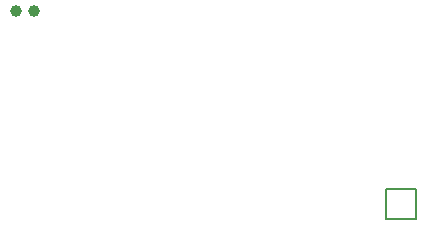
<source format=gbr>
%TF.GenerationSoftware,KiCad,Pcbnew,(6.0.5-0)*%
%TF.CreationDate,2022-07-11T16:51:09+02:00*%
%TF.ProjectId,kardV2,6b617264-5632-42e6-9b69-6361645f7063,v1.0.0*%
%TF.SameCoordinates,Original*%
%TF.FileFunction,Legend,Bot*%
%TF.FilePolarity,Positive*%
%FSLAX46Y46*%
G04 Gerber Fmt 4.6, Leading zero omitted, Abs format (unit mm)*
G04 Created by KiCad (PCBNEW (6.0.5-0)) date 2022-07-11 16:51:09*
%MOMM*%
%LPD*%
G01*
G04 APERTURE LIST*
%ADD10C,0.150000*%
%ADD11C,1.000000*%
G04 APERTURE END LIST*
D10*
%TO.C,MCU1*%
X66313950Y88291D02*
X63773950Y88291D01*
X66313950Y88291D02*
X66313950Y-2451709D01*
X63773950Y88291D02*
X63773950Y-2451709D01*
X63773950Y-2451709D02*
X66313950Y-2451709D01*
%TD*%
D11*
%TO.C,*%
X32470416Y15113041D03*
X33970416Y15113041D03*
%TD*%
M02*

</source>
